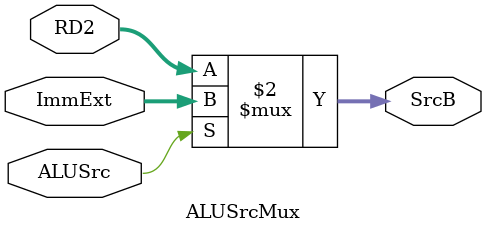
<source format=v>
module ALUSrcMux (
    input  wire        ALUSrc,
    input  wire [31:0] RD2,
    input  wire [31:0] ImmExt,
    output wire [31:0] SrcB
);

    assign SrcB = (ALUSrc == 1'b0) ? RD2 : ImmExt;

endmodule

</source>
